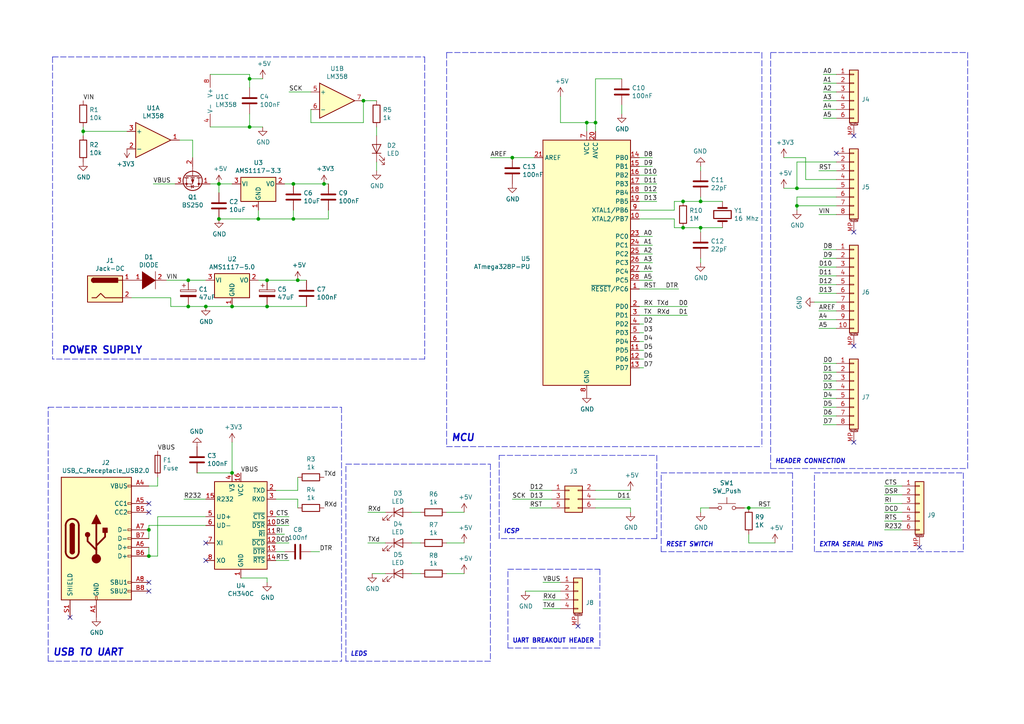
<source format=kicad_sch>
(kicad_sch (version 20211123) (generator eeschema)
  (paper "A4")
  (title_block (title "Arduino") (rev "1.0") (company "Cristóbal Cuevas Lagos"))
  (lib_symbols
    (symbol "Connector_Generic_MountingPin:Conn_01x06_MountingPin" (pin_names (offset 1.016) hide)
      (property "Reference" "J" (at 0 7.62 0))
      (property "Value" "Conn_01x06_MountingPin" (at 1.27 -10.16 0))
      (symbol "Conn_01x06_MountingPin_1_1"
        (text "Mounting" (at 0 -9.271 0) (effects (font (size 0.381 0.381))))
        (pin passive line (at -5.08 5.08 0) (length 3.81) (name "Pin_1") (number "1"))
        (pin passive line (at -5.08 2.54 0) (length 3.81) (name "Pin_2") (number "2"))
        (pin passive line (at -5.08 0 0) (length 3.81) (name "Pin_3") (number "3"))
        (pin passive line (at -5.08 -2.54 0) (length 3.81) (name "Pin_4") (number "4"))
        (pin passive line (at -5.08 -5.08 0) (length 3.81) (name "Pin_5") (number "5"))
        (pin passive line (at -5.08 -7.62 0) (length 3.81) (name "Pin_6") (number "6"))
        (pin passive line (at 0 -12.7 90) (length 3.048) (name "MountPin") (number "MP"))
      )
    )
    (symbol "stormduino-Rev2-rescue:+3.3V-power" (power) (pin_names (offset 0))
      (property "Value" "+3.3V-power" (at 0 3.556 0))
      (symbol "+3.3V-power_1_1"
        (pin power_in line (at 0 0 90) (length 0) hide (name "+3V3") (number "1"))
      )
    )
    (symbol "stormduino-Rev2-rescue:+5V-power" (power) (pin_names (offset 0))
      (property "Value" "+5V-power" (at 0 3.556 0))
      (symbol "+5V-power_1_1"
        (pin power_in line (at 0 0 90) (length 0) hide (name "+5V") (number "1"))
      )
    )
    (symbol "stormduino-Rev2-rescue:AMS1117-3.3-Regulator_Linear" (pin_names (offset 0.254))
      (property "Reference" "U" (at -3.81 3.175 0))
      (property "Value" "AMS1117-3.3-Regulator_Linear" (at 0 3.175 0))
      (symbol "AMS1117-3.3-Regulator_Linear_1_1"
        (pin power_in line (at 0 -7.62 90) (length 2.54) (name "GND") (number "1"))
        (pin power_out line (at 7.62 0 180) (length 2.54) (name "VO") (number "2"))
        (pin power_in line (at -7.62 0 0) (length 2.54) (name "VI") (number "3"))
      )
    )
    (symbol "stormduino-Rev2-rescue:AMS1117-5.0-Regulator_Linear" (pin_names (offset 0.254))
      (property "Reference" "U" (at -3.81 3.175 0))
      (property "Value" "AMS1117-5.0-Regulator_Linear" (at 0 3.175 0))
      (symbol "AMS1117-5.0-Regulator_Linear_1_1"
        (pin power_in line (at 0 -7.62 90) (length 2.54) (name "GND") (number "1"))
        (pin power_out line (at 7.62 0 180) (length 2.54) (name "VO") (number "2"))
        (pin power_in line (at -7.62 0 0) (length 2.54) (name "VI") (number "3"))
      )
    )
    (symbol "stormduino-Rev2-rescue:ATmega328P-PU-MCU_Microchip_ATmega"
      (property "Reference" "U" (at -12.7 36.83 0))
      (property "Value" "ATmega328P-PU-MCU_Microchip_ATmega" (at 2.54 -36.83 0))
      (symbol "ATmega328P-PU-MCU_Microchip_ATmega_1_1"
        (pin bidirectional line (at 15.24 -7.62 180) (length 2.54) (name "~{RESET}/PC6") (number "1"))
        (pin bidirectional line (at 15.24 12.7 180) (length 2.54) (name "XTAL2/PB7") (number "10"))
        (pin bidirectional line (at 15.24 -25.4 180) (length 2.54) (name "PD5") (number "11"))
        (pin bidirectional line (at 15.24 -27.94 180) (length 2.54) (name "PD6") (number "12"))
        (pin bidirectional line (at 15.24 -30.48 180) (length 2.54) (name "PD7") (number "13"))
        (pin bidirectional line (at 15.24 30.48 180) (length 2.54) (name "PB0") (number "14"))
        (pin bidirectional line (at 15.24 27.94 180) (length 2.54) (name "PB1") (number "15"))
        (pin bidirectional line (at 15.24 25.4 180) (length 2.54) (name "PB2") (number "16"))
        (pin bidirectional line (at 15.24 22.86 180) (length 2.54) (name "PB3") (number "17"))
        (pin bidirectional line (at 15.24 20.32 180) (length 2.54) (name "PB4") (number "18"))
        (pin bidirectional line (at 15.24 17.78 180) (length 2.54) (name "PB5") (number "19"))
        (pin bidirectional line (at 15.24 -12.7 180) (length 2.54) (name "PD0") (number "2"))
        (pin power_in line (at 2.54 38.1 270) (length 2.54) (name "AVCC") (number "20"))
        (pin passive line (at -15.24 30.48 0) (length 2.54) (name "AREF") (number "21"))
        (pin passive line (at 0 -38.1 90) (length 2.54) hide (name "GND") (number "22"))
        (pin bidirectional line (at 15.24 7.62 180) (length 2.54) (name "PC0") (number "23"))
        (pin bidirectional line (at 15.24 5.08 180) (length 2.54) (name "PC1") (number "24"))
        (pin bidirectional line (at 15.24 2.54 180) (length 2.54) (name "PC2") (number "25"))
        (pin bidirectional line (at 15.24 0 180) (length 2.54) (name "PC3") (number "26"))
        (pin bidirectional line (at 15.24 -2.54 180) (length 2.54) (name "PC4") (number "27"))
        (pin bidirectional line (at 15.24 -5.08 180) (length 2.54) (name "PC5") (number "28"))
        (pin bidirectional line (at 15.24 -15.24 180) (length 2.54) (name "PD1") (number "3"))
        (pin bidirectional line (at 15.24 -17.78 180) (length 2.54) (name "PD2") (number "4"))
        (pin bidirectional line (at 15.24 -20.32 180) (length 2.54) (name "PD3") (number "5"))
        (pin bidirectional line (at 15.24 -22.86 180) (length 2.54) (name "PD4") (number "6"))
        (pin power_in line (at 0 38.1 270) (length 2.54) (name "VCC") (number "7"))
        (pin power_in line (at 0 -38.1 90) (length 2.54) (name "GND") (number "8"))
        (pin bidirectional line (at 15.24 15.24 180) (length 2.54) (name "XTAL1/PB6") (number "9"))
      )
    )
    (symbol "stormduino-Rev2-rescue:BS250-Transistor_FET" (pin_names hide)
      (property "Reference" "Q" (at 5.08 1.905 0))
      (property "Value" "BS250-Transistor_FET" (at 5.08 0 0))
      (symbol "BS250-Transistor_FET_1_1"
        (pin passive line (at 2.54 5.08 270) (length 2.54) (name "D") (number "1"))
        (pin input line (at -5.08 0 0) (length 2.54) (name "G") (number "2"))
        (pin passive line (at 2.54 -5.08 90) (length 2.54) (name "S") (number "3"))
      )
    )
    (symbol "stormduino-Rev2-rescue:C-Device" (pin_numbers hide) (pin_names (offset 0.254))
      (property "Reference" "C" (at 0.635 2.54 0))
      (property "Value" "C-Device" (at 0.635 -2.54 0))
      (symbol "C-Device_1_1"
        (pin passive line (at 0 3.81 270) (length 2.794) (name "~") (number "1"))
        (pin passive line (at 0 -3.81 90) (length 2.794) (name "~") (number "2"))
      )
    )
    (symbol "stormduino-Rev2-rescue:CH340G-Interface_USB"
      (property "Reference" "U" (at -5.08 13.97 0))
      (property "Value" "CH340G-Interface_USB" (at 1.27 13.97 0))
      (symbol "CH340G-Interface_USB_1_1"
        (pin power_in line (at 0 -15.24 90) (length 2.54) (name "GND") (number "1"))
        (pin input line (at 10.16 0 180) (length 2.54) (name "~{DSR}") (number "10"))
        (pin input line (at 10.16 -2.54 180) (length 2.54) (name "~{RI}") (number "11"))
        (pin input line (at 10.16 -5.08 180) (length 2.54) (name "~{DCD}") (number "12"))
        (pin output line (at 10.16 -7.62 180) (length 2.54) (name "~{DTR}") (number "13"))
        (pin output line (at 10.16 -10.16 180) (length 2.54) (name "~{RTS}") (number "14"))
        (pin input line (at -10.16 7.62 0) (length 2.54) (name "R232") (number "15"))
        (pin power_in line (at 0 15.24 270) (length 2.54) (name "VCC") (number "16"))
        (pin output line (at 10.16 10.16 180) (length 2.54) (name "TXD") (number "2"))
        (pin input line (at 10.16 7.62 180) (length 2.54) (name "RXD") (number "3"))
        (pin passive line (at -2.54 15.24 270) (length 2.54) (name "V3") (number "4"))
        (pin bidirectional line (at -10.16 2.54 0) (length 2.54) (name "UD+") (number "5"))
        (pin bidirectional line (at -10.16 0 0) (length 2.54) (name "UD-") (number "6"))
        (pin input line (at -10.16 -5.08 0) (length 2.54) (name "XI") (number "7"))
        (pin output line (at -10.16 -10.16 0) (length 2.54) (name "XO") (number "8"))
        (pin input line (at 10.16 2.54 180) (length 2.54) (name "~{CTS}") (number "9"))
      )
    )
    (symbol "stormduino-Rev2-rescue:CP-Device" (pin_numbers hide) (pin_names (offset 0.254))
      (property "Reference" "C" (at 0.635 2.54 0))
      (property "Value" "CP-Device" (at 0.635 -2.54 0))
      (symbol "CP-Device_1_1"
        (pin passive line (at 0 3.81 270) (length 2.794) (name "~") (number "1"))
        (pin passive line (at 0 -3.81 90) (length 2.794) (name "~") (number "2"))
      )
    )
    (symbol "stormduino-Rev2-rescue:Conn_01x04_MountingPin-Connector_Generic_MountingPin" (pin_names (offset 1.016) hide)
      (property "Reference" "J" (at 0 5.08 0))
      (property "Value" "Conn_01x04_MountingPin-Connector_Generic_MountingPin" (at 1.27 -7.62 0))
      (symbol "Conn_01x04_MountingPin-Connector_Generic_MountingPin_1_1"
        (text "Mounting" (at 0 -6.731 0) (effects (font (size 0.381 0.381))))
        (pin passive line (at -5.08 2.54 0) (length 3.81) (name "Pin_1") (number "1"))
        (pin passive line (at -5.08 0 0) (length 3.81) (name "Pin_2") (number "2"))
        (pin passive line (at -5.08 -2.54 0) (length 3.81) (name "Pin_3") (number "3"))
        (pin passive line (at -5.08 -5.08 0) (length 3.81) (name "Pin_4") (number "4"))
        (pin passive line (at 0 -10.16 90) (length 3.048) (name "MountPin") (number "MP"))
      )
    )
    (symbol "stormduino-Rev2-rescue:Conn_01x06_MountingPin-Connector_Generic_MountingPin" (pin_names (offset 1.016) hide)
      (property "Reference" "J" (at 0 7.62 0))
      (property "Value" "Conn_01x06_MountingPin-Connector_Generic_MountingPin" (at 1.27 -10.16 0))
      (symbol "Conn_01x06_MountingPin-Connector_Generic_MountingPin_1_1"
        (text "Mounting" (at 0 -9.271 0) (effects (font (size 0.381 0.381))))
        (pin passive line (at -5.08 5.08 0) (length 3.81) (name "Pin_1") (number "1"))
        (pin passive line (at -5.08 2.54 0) (length 3.81) (name "Pin_2") (number "2"))
        (pin passive line (at -5.08 0 0) (length 3.81) (name "Pin_3") (number "3"))
        (pin passive line (at -5.08 -2.54 0) (length 3.81) (name "Pin_4") (number "4"))
        (pin passive line (at -5.08 -5.08 0) (length 3.81) (name "Pin_5") (number "5"))
        (pin passive line (at -5.08 -7.62 0) (length 3.81) (name "Pin_6") (number "6"))
        (pin passive line (at 0 -12.7 90) (length 3.048) (name "MountPin") (number "MP"))
      )
    )
    (symbol "stormduino-Rev2-rescue:Conn_01x08_MountingPin-Connector_Generic_MountingPin" (pin_names (offset 1.016) hide)
      (property "Reference" "J" (at 0 10.16 0))
      (property "Value" "Conn_01x08_MountingPin-Connector_Generic_MountingPin" (at 1.27 -12.7 0))
      (symbol "Conn_01x08_MountingPin-Connector_Generic_MountingPin_1_1"
        (text "Mounting" (at 0 -11.811 0) (effects (font (size 0.381 0.381))))
        (pin passive line (at -5.08 7.62 0) (length 3.81) (name "Pin_1") (number "1"))
        (pin passive line (at -5.08 5.08 0) (length 3.81) (name "Pin_2") (number "2"))
        (pin passive line (at -5.08 2.54 0) (length 3.81) (name "Pin_3") (number "3"))
        (pin passive line (at -5.08 0 0) (length 3.81) (name "Pin_4") (number "4"))
        (pin passive line (at -5.08 -2.54 0) (length 3.81) (name "Pin_5") (number "5"))
        (pin passive line (at -5.08 -5.08 0) (length 3.81) (name "Pin_6") (number "6"))
        (pin passive line (at -5.08 -7.62 0) (length 3.81) (name "Pin_7") (number "7"))
        (pin passive line (at -5.08 -10.16 0) (length 3.81) (name "Pin_8") (number "8"))
        (pin passive line (at 0 -15.24 90) (length 3.048) (name "MountPin") (number "MP"))
      )
    )
    (symbol "stormduino-Rev2-rescue:Conn_01x10_MountingPin-Connector_Generic_MountingPin" (pin_names (offset 1.016) hide)
      (property "Reference" "J" (at 0 12.7 0))
      (property "Value" "Conn_01x10_MountingPin-Connector_Generic_MountingPin" (at 1.27 -15.24 0))
      (symbol "Conn_01x10_MountingPin-Connector_Generic_MountingPin_1_1"
        (text "Mounting" (at 0 -14.351 0) (effects (font (size 0.381 0.381))))
        (pin passive line (at -5.08 10.16 0) (length 3.81) (name "Pin_1") (number "1"))
        (pin passive line (at -5.08 -12.7 0) (length 3.81) (name "Pin_10") (number "10"))
        (pin passive line (at -5.08 7.62 0) (length 3.81) (name "Pin_2") (number "2"))
        (pin passive line (at -5.08 5.08 0) (length 3.81) (name "Pin_3") (number "3"))
        (pin passive line (at -5.08 2.54 0) (length 3.81) (name "Pin_4") (number "4"))
        (pin passive line (at -5.08 0 0) (length 3.81) (name "Pin_5") (number "5"))
        (pin passive line (at -5.08 -2.54 0) (length 3.81) (name "Pin_6") (number "6"))
        (pin passive line (at -5.08 -5.08 0) (length 3.81) (name "Pin_7") (number "7"))
        (pin passive line (at -5.08 -7.62 0) (length 3.81) (name "Pin_8") (number "8"))
        (pin passive line (at -5.08 -10.16 0) (length 3.81) (name "Pin_9") (number "9"))
        (pin passive line (at 0 -17.78 90) (length 3.048) (name "MountPin") (number "MP"))
      )
    )
    (symbol "stormduino-Rev2-rescue:Conn_02x03_Odd_Even-Connector_Generic" (pin_names (offset 1.016) hide)
      (property "Reference" "J" (at 1.27 5.08 0))
      (property "Value" "Conn_02x03_Odd_Even-Connector_Generic" (at 1.27 -5.08 0))
      (symbol "Conn_02x03_Odd_Even-Connector_Generic_1_1"
        (pin passive line (at -5.08 2.54 0) (length 3.81) (name "Pin_1") (number "1"))
        (pin passive line (at 7.62 2.54 180) (length 3.81) (name "Pin_2") (number "2"))
        (pin passive line (at -5.08 0 0) (length 3.81) (name "Pin_3") (number "3"))
        (pin passive line (at 7.62 0 180) (length 3.81) (name "Pin_4") (number "4"))
        (pin passive line (at -5.08 -2.54 0) (length 3.81) (name "Pin_5") (number "5"))
        (pin passive line (at 7.62 -2.54 180) (length 3.81) (name "Pin_6") (number "6"))
      )
    )
    (symbol "stormduino-Rev2-rescue:Crystal-Device" (pin_numbers hide) (pin_names (offset 1.016) hide)
      (property "Reference" "Y" (at 0 3.81 0))
      (property "Value" "Crystal-Device" (at 0 -3.81 0))
      (symbol "Crystal-Device_1_1"
        (pin passive line (at -3.81 0 0) (length 1.27) (name "1") (number "1"))
        (pin passive line (at 3.81 0 180) (length 1.27) (name "2") (number "2"))
      )
    )
    (symbol "stormduino-Rev2-rescue:DIODE-pspice" (pin_names (offset 1.016) hide)
      (property "Reference" "D" (at 0 3.81 0))
      (property "Value" "DIODE-pspice" (at 0 -4.445 0))
      (symbol "DIODE-pspice_1_1"
        (pin input line (at -5.08 0 0) (length 3.81) (name "K") (number "1"))
        (pin input line (at 5.08 0 180) (length 3.81) (name "A") (number "2"))
      )
    )
    (symbol "stormduino-Rev2-rescue:Fuse-Device" (pin_numbers hide) (pin_names (offset 0))
      (property "Reference" "F" (at 2.032 0 90))
      (property "Value" "Fuse-Device" (at -1.905 0 90))
      (symbol "Fuse-Device_1_1"
        (pin passive line (at 0 3.81 270) (length 1.27) (name "~") (number "1"))
        (pin passive line (at 0 -3.81 90) (length 1.27) (name "~") (number "2"))
      )
    )
    (symbol "stormduino-Rev2-rescue:GND-power" (power) (pin_names (offset 0))
      (property "Value" "GND-power" (at 0 -3.81 0))
      (symbol "GND-power_1_1"
        (pin power_in line (at 0 0 270) (length 0) hide (name "GND") (number "1"))
      )
    )
    (symbol "stormduino-Rev2-rescue:Jack-DC-Connector" (pin_names (offset 1.016))
      (property "Reference" "J" (at 0 5.334 0))
      (property "Value" "Jack-DC-Connector" (at 0 -5.08 0))
      (symbol "Jack-DC-Connector_1_1"
        (pin passive line (at 7.62 2.54 180) (length 2.54) (name "~") (number "1"))
        (pin passive line (at 7.62 -2.54 180) (length 2.54) (name "~") (number "2"))
      )
    )
    (symbol "stormduino-Rev2-rescue:LED-Device" (pin_numbers hide) (pin_names (offset 1.016) hide)
      (property "Reference" "D" (at 0 2.54 0))
      (property "Value" "LED-Device" (at 0 -2.54 0))
      (symbol "LED-Device_1_1"
        (pin passive line (at -3.81 0 0) (length 2.54) (name "K") (number "1"))
        (pin passive line (at 3.81 0 180) (length 2.54) (name "A") (number "2"))
      )
    )
    (symbol "stormduino-Rev2-rescue:LM358-Amplifier_Operational" (pin_names (offset 0.127))
      (property "Reference" "U" (at 0 5.08 0))
      (property "Value" "LM358-Amplifier_Operational" (at 0 -5.08 0))
      (symbol "LM358-Amplifier_Operational_1_1"
        (pin output line (at 7.62 0 180) (length 2.54) (name "~") (number "1"))
        (pin input line (at -7.62 -2.54 0) (length 2.54) (name "-") (number "2"))
        (pin input line (at -7.62 2.54 0) (length 2.54) (name "+") (number "3"))
      )
      (symbol "LM358-Amplifier_Operational_2_1"
        (pin input line (at -7.62 2.54 0) (length 2.54) (name "+") (number "5"))
        (pin input line (at -7.62 -2.54 0) (length 2.54) (name "-") (number "6"))
        (pin output line (at 7.62 0 180) (length 2.54) (name "~") (number "7"))
      )
      (symbol "LM358-Amplifier_Operational_3_1"
        (pin power_in line (at -2.54 -7.62 90) (length 3.81) (name "V-") (number "4"))
        (pin power_in line (at -2.54 7.62 270) (length 3.81) (name "V+") (number "8"))
      )
    )
    (symbol "stormduino-Rev2-rescue:R-Device" (pin_numbers hide) (pin_names (offset 0))
      (property "Reference" "R" (at 2.032 0 90))
      (property "Value" "R-Device" (at 0 0 90))
      (symbol "R-Device_1_1"
        (pin passive line (at 0 3.81 270) (length 1.27) (name "~") (number "1"))
        (pin passive line (at 0 -3.81 90) (length 1.27) (name "~") (number "2"))
      )
    )
    (symbol "stormduino-Rev2-rescue:SW_Push-Switch" (pin_numbers hide) (pin_names (offset 1.016) hide)
      (property "Reference" "SW" (at 1.27 2.54 0))
      (property "Value" "SW_Push-Switch" (at 0 -1.524 0))
      (symbol "SW_Push-Switch_0_1"
        (pin passive line (at -5.08 0 0) (length 2.54) (name "1") (number "1"))
        (pin passive line (at 5.08 0 180) (length 2.54) (name "2") (number "2"))
      )
    )
    (symbol "stormduino-Rev2-rescue:USB_C_Receptacle_USB2.0-Connector" (pin_names (offset 1.016))
      (property "Reference" "J" (at -10.16 19.05 0))
      (property "Value" "USB_C_Receptacle_USB2.0-Connector" (at 19.05 19.05 0))
      (symbol "USB_C_Receptacle_USB2.0-Connector_1_1"
        (pin power_in line (at 0 -22.86 90) (length 5.08) (name "GND") (number "A1"))
        (pin passive line (at 0 -22.86 90) (length 5.08) hide (name "GND") (number "A12"))
        (pin power_in line (at 15.24 15.24 180) (length 5.08) (name "VBUS") (number "A4"))
        (pin bidirectional line (at 15.24 10.16 180) (length 5.08) (name "CC1") (number "A5"))
        (pin bidirectional line (at 15.24 -2.54 180) (length 5.08) (name "D+") (number "A6"))
        (pin bidirectional line (at 15.24 2.54 180) (length 5.08) (name "D-") (number "A7"))
        (pin bidirectional line (at 15.24 -12.7 180) (length 5.08) (name "SBU1") (number "A8"))
        (pin passive line (at 15.24 15.24 180) (length 5.08) hide (name "VBUS") (number "A9"))
        (pin passive line (at 0 -22.86 90) (length 5.08) hide (name "GND") (number "B1"))
        (pin passive line (at 0 -22.86 90) (length 5.08) hide (name "GND") (number "B12"))
        (pin passive line (at 15.24 15.24 180) (length 5.08) hide (name "VBUS") (number "B4"))
        (pin bidirectional line (at 15.24 7.62 180) (length 5.08) (name "CC2") (number "B5"))
        (pin bidirectional line (at 15.24 -5.08 180) (length 5.08) (name "D+") (number "B6"))
        (pin bidirectional line (at 15.24 0 180) (length 5.08) (name "D-") (number "B7"))
        (pin bidirectional line (at 15.24 -15.24 180) (length 5.08) (name "SBU2") (number "B8"))
        (pin passive line (at 15.24 15.24 180) (length 5.08) hide (name "VBUS") (number "B9"))
        (pin passive line (at -7.62 -22.86 90) (length 5.08) (name "SHIELD") (number "S1"))
      )
    )
  )
  (junction (at 105.41 29.21))
  (junction (at 231.14 59.69))
  (junction (at 203.2 58.42))
  (junction (at 74.93 63.5))
  (junction (at 198.12 58.42))
  (junction (at 43.18 153.67))
  (junction (at 77.47 88.9))
  (junction (at 67.31 88.9))
  (junction (at 63.5 53.34))
  (junction (at 217.17 147.32))
  (junction (at 203.2 66.04))
  (junction (at 43.18 161.29))
  (junction (at 85.09 63.5))
  (junction (at 85.09 53.34))
  (junction (at 72.39 22.86))
  (junction (at 170.18 35.56))
  (junction (at 198.12 66.04))
  (junction (at 172.72 35.56))
  (junction (at 24.13 38.1))
  (junction (at 231.14 54.61))
  (junction (at 59.69 88.9))
  (junction (at 86.36 81.28))
  (junction (at 77.47 81.28))
  (junction (at 148.59 45.72))
  (junction (at 67.31 137.16))
  (junction (at 54.61 81.28))
  (junction (at 93.98 53.34))
  (junction (at 54.61 88.9))
  (junction (at 63.5 63.5))
  (junction (at 72.39 36.83))
  (no_connect (at 247.65 100.33))
  (no_connect (at 247.65 39.37))
  (no_connect (at 43.18 146.05))
  (no_connect (at 20.32 179.07))
  (no_connect (at 167.64 181.61))
  (no_connect (at 43.18 171.45))
  (no_connect (at 247.65 128.27))
  (no_connect (at 242.57 44.45))
  (no_connect (at 266.7 158.75))
  (no_connect (at 247.65 67.31))
  (no_connect (at 43.18 168.91))
  (no_connect (at 43.18 148.59))
  (no_connect (at 59.69 162.56))
  (no_connect (at 59.69 157.48))
  (wire (pts (xy 233.68 45.72) (xy 227.33 45.72)))
  (wire (pts (xy 80.01 154.94) (xy 82.55 154.94)))
  (wire (pts (xy 162.56 35.56) (xy 170.18 35.56)))
  (wire (pts (xy 195.58 66.04) (xy 198.12 66.04)))
  (wire (pts (xy 49.53 86.36) (xy 49.53 88.9)))
  (polyline (pts (xy 13.97 118.11) (xy 99.06 118.11)))
  (wire (pts (xy 237.49 49.53) (xy 242.57 49.53)))
  (wire (pts (xy 55.88 40.64) (xy 55.88 45.72)))
  (polyline (pts (xy 223.52 15.24) (xy 280.67 15.24)))
  (wire (pts (xy 185.42 73.66) (xy 189.23 73.66)))
  (wire (pts (xy 49.53 88.9) (xy 54.61 88.9)))
  (wire (pts (xy 203.2 147.32) (xy 203.2 148.59)))
  (wire (pts (xy 69.85 167.64) (xy 77.47 167.64)))
  (wire (pts (xy 83.82 26.67) (xy 90.17 26.67)))
  (wire (pts (xy 121.92 157.48) (xy 119.38 157.48)))
  (wire (pts (xy 203.2 58.42) (xy 209.55 58.42)))
  (wire (pts (xy 85.09 63.5) (xy 95.25 63.5)))
  (wire (pts (xy 85.09 60.96) (xy 85.09 63.5)))
  (wire (pts (xy 43.18 140.97) (xy 45.72 140.97)))
  (wire (pts (xy 256.54 148.59) (xy 261.62 148.59)))
  (wire (pts (xy 242.57 29.21) (xy 238.76 29.21)))
  (wire (pts (xy 95.25 53.34) (xy 93.98 53.34)))
  (wire (pts (xy 185.42 53.34) (xy 190.5 53.34)))
  (wire (pts (xy 242.57 52.07) (xy 233.68 52.07)))
  (wire (pts (xy 148.59 45.72) (xy 154.94 45.72)))
  (wire (pts (xy 203.2 58.42) (xy 203.2 57.15)))
  (wire (pts (xy 90.17 31.75) (xy 90.17 35.56)))
  (polyline (pts (xy 99.06 118.11) (xy 99.06 191.77)))
  (wire (pts (xy 111.76 157.48) (xy 106.68 157.48)))
  (wire (pts (xy 53.34 144.78) (xy 59.69 144.78)))
  (wire (pts (xy 185.42 93.98) (xy 186.69 93.98)))
  (wire (pts (xy 203.2 66.04) (xy 203.2 67.31)))
  (wire (pts (xy 63.5 53.34) (xy 67.31 53.34)))
  (polyline (pts (xy 190.5 156.21) (xy 144.78 156.21)))
  (polyline (pts (xy 173.99 165.1) (xy 173.99 187.96)))
  (wire (pts (xy 86.36 142.24) (xy 86.36 138.43)))
  (polyline (pts (xy 129.54 129.54) (xy 220.98 129.54)))
  (wire (pts (xy 185.42 83.82) (xy 196.85 83.82)))
  (wire (pts (xy 121.92 166.37) (xy 119.38 166.37)))
  (wire (pts (xy 242.57 87.63) (xy 236.22 87.63)))
  (wire (pts (xy 185.42 78.74) (xy 189.23 78.74)))
  (wire (pts (xy 185.42 106.68) (xy 186.69 106.68)))
  (wire (pts (xy 111.76 166.37) (xy 107.95 166.37)))
  (polyline (pts (xy 236.22 137.16) (xy 279.4 137.16)))
  (polyline (pts (xy 100.33 191.77) (xy 100.33 134.62)))
  (wire (pts (xy 195.58 63.5) (xy 195.58 66.04)))
  (wire (pts (xy 185.42 91.44) (xy 199.39 91.44)))
  (wire (pts (xy 43.18 158.75) (xy 43.18 161.29)))
  (wire (pts (xy 54.61 81.28) (xy 59.69 81.28)))
  (wire (pts (xy 172.72 35.56) (xy 172.72 38.1)))
  (wire (pts (xy 256.54 146.05) (xy 261.62 146.05)))
  (polyline (pts (xy 142.24 191.77) (xy 100.33 191.77)))
  (wire (pts (xy 227.33 54.61) (xy 231.14 54.61)))
  (polyline (pts (xy 279.4 160.02) (xy 236.22 160.02)))
  (wire (pts (xy 24.13 38.1) (xy 36.83 38.1)))
  (wire (pts (xy 231.14 57.15) (xy 231.14 59.69)))
  (wire (pts (xy 185.42 101.6) (xy 186.69 101.6)))
  (wire (pts (xy 82.55 53.34) (xy 85.09 53.34)))
  (polyline (pts (xy 279.4 137.16) (xy 279.4 160.02)))
  (wire (pts (xy 198.12 66.04) (xy 203.2 66.04)))
  (wire (pts (xy 217.17 154.94) (xy 217.17 157.48)))
  (polyline (pts (xy 190.5 132.08) (xy 190.5 156.21)))
  (wire (pts (xy 80.01 152.4) (xy 83.82 152.4)))
  (wire (pts (xy 129.54 166.37) (xy 134.62 166.37)))
  (wire (pts (xy 242.57 92.71) (xy 237.49 92.71)))
  (wire (pts (xy 76.2 22.86) (xy 72.39 22.86)))
  (wire (pts (xy 105.41 35.56) (xy 105.41 29.21)))
  (wire (pts (xy 242.57 95.25) (xy 237.49 95.25)))
  (wire (pts (xy 63.5 53.34) (xy 63.5 55.88)))
  (wire (pts (xy 242.57 26.67) (xy 238.76 26.67)))
  (wire (pts (xy 92.71 160.02) (xy 90.17 160.02)))
  (wire (pts (xy 172.72 142.24) (xy 182.88 142.24)))
  (wire (pts (xy 80.01 157.48) (xy 83.82 157.48)))
  (wire (pts (xy 231.14 54.61) (xy 242.57 54.61)))
  (wire (pts (xy 238.76 74.93) (xy 242.57 74.93)))
  (polyline (pts (xy 13.97 191.77) (xy 13.97 118.11)))
  (wire (pts (xy 148.59 144.78) (xy 160.02 144.78)))
  (wire (pts (xy 238.76 113.03) (xy 242.57 113.03)))
  (polyline (pts (xy 142.24 134.62) (xy 142.24 191.77)))
  (polyline (pts (xy 280.67 15.24) (xy 280.67 135.89)))
  (wire (pts (xy 242.57 59.69) (xy 231.14 59.69)))
  (wire (pts (xy 185.42 99.06) (xy 186.69 99.06)))
  (wire (pts (xy 231.14 46.99) (xy 231.14 54.61)))
  (wire (pts (xy 238.76 120.65) (xy 242.57 120.65)))
  (wire (pts (xy 80.01 160.02) (xy 82.55 160.02)))
  (wire (pts (xy 109.22 29.21) (xy 105.41 29.21)))
  (wire (pts (xy 45.72 149.86) (xy 45.72 161.29)))
  (wire (pts (xy 180.34 30.48) (xy 180.34 33.02)))
  (wire (pts (xy 185.42 96.52) (xy 186.69 96.52)))
  (wire (pts (xy 86.36 144.78) (xy 86.36 147.32)))
  (wire (pts (xy 195.58 58.42) (xy 195.58 60.96)))
  (wire (pts (xy 242.57 72.39) (xy 238.76 72.39)))
  (wire (pts (xy 185.42 45.72) (xy 189.23 45.72)))
  (wire (pts (xy 185.42 60.96) (xy 195.58 60.96)))
  (wire (pts (xy 57.15 137.16) (xy 67.31 137.16)))
  (wire (pts (xy 59.69 88.9) (xy 67.31 88.9)))
  (wire (pts (xy 111.76 148.59) (xy 106.68 148.59)))
  (wire (pts (xy 185.42 68.58) (xy 189.23 68.58)))
  (wire (pts (xy 256.54 143.51) (xy 261.62 143.51)))
  (wire (pts (xy 237.49 62.23) (xy 242.57 62.23)))
  (wire (pts (xy 63.5 63.5) (xy 74.93 63.5)))
  (polyline (pts (xy 147.32 187.96) (xy 147.32 165.1)))
  (wire (pts (xy 182.88 147.32) (xy 182.88 148.59)))
  (wire (pts (xy 129.54 148.59) (xy 134.62 148.59)))
  (wire (pts (xy 185.42 63.5) (xy 195.58 63.5)))
  (wire (pts (xy 170.18 35.56) (xy 172.72 35.56)))
  (wire (pts (xy 238.76 123.19) (xy 242.57 123.19)))
  (wire (pts (xy 242.57 34.29) (xy 238.76 34.29)))
  (wire (pts (xy 59.69 149.86) (xy 45.72 149.86)))
  (polyline (pts (xy 229.87 160.02) (xy 191.77 160.02)))
  (wire (pts (xy 45.72 140.97) (xy 45.72 138.43)))
  (wire (pts (xy 60.96 36.83) (xy 72.39 36.83)))
  (polyline (pts (xy 220.98 15.24) (xy 220.98 129.54)))
  (wire (pts (xy 185.42 76.2) (xy 189.23 76.2)))
  (wire (pts (xy 59.69 152.4) (xy 43.18 152.4)))
  (wire (pts (xy 54.61 88.9) (xy 59.69 88.9)))
  (polyline (pts (xy 13.97 191.77) (xy 99.06 191.77)))
  (wire (pts (xy 24.13 38.1) (xy 24.13 39.37)))
  (polyline (pts (xy 15.24 16.51) (xy 15.24 104.14)))
  (wire (pts (xy 77.47 81.28) (xy 86.36 81.28)))
  (wire (pts (xy 242.57 24.13) (xy 238.76 24.13)))
  (wire (pts (xy 80.01 144.78) (xy 86.36 144.78)))
  (wire (pts (xy 85.09 53.34) (xy 93.98 53.34)))
  (wire (pts (xy 242.57 85.09) (xy 237.49 85.09)))
  (wire (pts (xy 172.72 144.78) (xy 182.88 144.78)))
  (wire (pts (xy 185.42 50.8) (xy 190.5 50.8)))
  (wire (pts (xy 80.01 142.24) (xy 86.36 142.24)))
  (wire (pts (xy 242.57 46.99) (xy 231.14 46.99)))
  (wire (pts (xy 185.42 58.42) (xy 190.5 58.42)))
  (wire (pts (xy 80.01 149.86) (xy 83.82 149.86)))
  (wire (pts (xy 95.25 60.96) (xy 95.25 63.5)))
  (wire (pts (xy 203.2 48.26) (xy 203.2 49.53)))
  (wire (pts (xy 152.4 171.45) (xy 162.56 171.45)))
  (wire (pts (xy 74.93 63.5) (xy 85.09 63.5)))
  (wire (pts (xy 215.9 147.32) (xy 217.17 147.32)))
  (wire (pts (xy 24.13 36.83) (xy 24.13 38.1)))
  (wire (pts (xy 185.42 48.26) (xy 189.23 48.26)))
  (wire (pts (xy 242.57 107.95) (xy 238.76 107.95)))
  (wire (pts (xy 242.57 80.01) (xy 237.49 80.01)))
  (wire (pts (xy 242.57 31.75) (xy 238.76 31.75)))
  (wire (pts (xy 185.42 55.88) (xy 190.5 55.88)))
  (polyline (pts (xy 144.78 156.21) (xy 144.78 132.08)))
  (wire (pts (xy 185.42 71.12) (xy 189.23 71.12)))
  (wire (pts (xy 43.18 153.67) (xy 43.18 156.21)))
  (wire (pts (xy 256.54 153.67) (xy 261.62 153.67)))
  (wire (pts (xy 72.39 22.86) (xy 72.39 25.4)))
  (wire (pts (xy 76.2 36.83) (xy 72.39 36.83)))
  (wire (pts (xy 233.68 52.07) (xy 233.68 45.72)))
  (wire (pts (xy 185.42 81.28) (xy 189.23 81.28)))
  (wire (pts (xy 77.47 167.64) (xy 77.47 168.91)))
  (wire (pts (xy 157.48 168.91) (xy 162.56 168.91)))
  (wire (pts (xy 238.76 118.11) (xy 242.57 118.11)))
  (wire (pts (xy 160.02 147.32) (xy 153.67 147.32)))
  (wire (pts (xy 157.48 173.99) (xy 162.56 173.99)))
  (wire (pts (xy 242.57 115.57) (xy 238.76 115.57)))
  (wire (pts (xy 67.31 88.9) (xy 77.47 88.9)))
  (wire (pts (xy 242.57 21.59) (xy 238.76 21.59)))
  (wire (pts (xy 203.2 74.93) (xy 203.2 76.2)))
  (polyline (pts (xy 236.22 160.02) (xy 236.22 137.16)))
  (wire (pts (xy 185.42 104.14) (xy 186.69 104.14)))
  (wire (pts (xy 170.18 35.56) (xy 170.18 38.1)))
  (wire (pts (xy 172.72 147.32) (xy 182.88 147.32)))
  (polyline (pts (xy 129.54 15.24) (xy 129.54 129.54)))
  (wire (pts (xy 77.47 88.9) (xy 88.9 88.9)))
  (wire (pts (xy 48.26 81.28) (xy 54.61 81.28)))
  (wire (pts (xy 217.17 147.32) (xy 223.52 147.32)))
  (wire (pts (xy 52.07 40.64) (xy 55.88 40.64)))
  (wire (pts (xy 67.31 137.16) (xy 67.31 128.27)))
  (polyline (pts (xy 223.52 135.89) (xy 280.67 135.89)))
  (polyline (pts (xy 123.19 104.14) (xy 15.24 104.14)))
  (wire (pts (xy 185.42 88.9) (xy 199.39 88.9)))
  (wire (pts (xy 242.57 110.49) (xy 238.76 110.49)))
  (wire (pts (xy 217.17 157.48) (xy 224.79 157.48)))
  (wire (pts (xy 242.57 57.15) (xy 231.14 57.15)))
  (wire (pts (xy 80.01 162.56) (xy 83.82 162.56)))
  (wire (pts (xy 256.54 151.13) (xy 261.62 151.13)))
  (wire (pts (xy 60.96 21.59) (xy 72.39 21.59)))
  (wire (pts (xy 50.8 53.34) (xy 44.45 53.34)))
  (polyline (pts (xy 15.24 16.51) (xy 123.19 16.51)))
  (polyline (pts (xy 144.78 132.08) (xy 190.5 132.08)))
  (polyline (pts (xy 129.54 15.24) (xy 220.98 15.24)))
  (wire (pts (xy 242.57 82.55) (xy 237.49 82.55)))
  (wire (pts (xy 38.1 86.36) (xy 49.53 86.36)))
  (wire (pts (xy 242.57 105.41) (xy 238.76 105.41)))
  (wire (pts (xy 198.12 58.42) (xy 203.2 58.42)))
  (polyline (pts (xy 147.32 165.1) (xy 173.99 165.1)))
  (wire (pts (xy 195.58 58.42) (xy 198.12 58.42)))
  (wire (pts (xy 157.48 176.53) (xy 162.56 176.53)))
  (wire (pts (xy 129.54 157.48) (xy 134.62 157.48)))
  (wire (pts (xy 45.72 161.29) (xy 43.18 161.29)))
  (wire (pts (xy 72.39 36.83) (xy 72.39 33.02)))
  (wire (pts (xy 60.96 53.34) (xy 63.5 53.34)))
  (wire (pts (xy 242.57 90.17) (xy 237.49 90.17)))
  (wire (pts (xy 172.72 22.86) (xy 180.34 22.86)))
  (wire (pts (xy 90.17 35.56) (xy 105.41 35.56)))
  (wire (pts (xy 205.74 147.32) (xy 203.2 147.32)))
  (wire (pts (xy 109.22 46.99) (xy 109.22 49.53)))
  (polyline (pts (xy 173.99 187.96) (xy 147.32 187.96)))
  (polyline (pts (xy 223.52 135.89) (xy 223.52 15.24)))
  (wire (pts (xy 261.62 140.97) (xy 256.54 140.97)))
  (wire (pts (xy 72.39 21.59) (xy 72.39 22.86)))
  (wire (pts (xy 43.18 152.4) (xy 43.18 153.67)))
  (wire (pts (xy 203.2 66.04) (xy 209.55 66.04)))
  (polyline (pts (xy 191.77 137.16) (xy 229.87 137.16)))
  (wire (pts (xy 242.57 77.47) (xy 237.49 77.47)))
  (polyline (pts (xy 191.77 160.02) (xy 191.77 137.16)))
  (polyline (pts (xy 229.87 137.16) (xy 229.87 160.02)))
  (wire (pts (xy 231.14 59.69) (xy 231.14 60.96)))
  (polyline (pts (xy 100.33 134.62) (xy 142.24 134.62)))
  (wire (pts (xy 148.59 45.72) (xy 142.24 45.72)))
  (wire (pts (xy 162.56 27.94) (xy 162.56 35.56)))
  (wire (pts (xy 109.22 36.83) (xy 109.22 39.37)))
  (wire (pts (xy 74.93 81.28) (xy 77.47 81.28)))
  (wire (pts (xy 172.72 22.86) (xy 172.72 35.56)))
  (wire (pts (xy 160.02 142.24) (xy 153.67 142.24)))
  (polyline (pts (xy 123.19 16.51) (xy 123.19 104.14)))
  (wire (pts (xy 88.9 81.28) (xy 86.36 81.28)))
  (wire (pts (xy 121.92 148.59) (xy 119.38 148.59)))
  (wire (pts (xy 74.93 60.96) (xy 74.93 63.5)))
  (text "HEADER CONNECTION\n" (at 224.79 134.62 0) (effects (font (size 1.27 1.27) (thickness 0.254) bold italic) (justify left bottom)))
  (text "LEDS" (at 101.6 190.5 0) (effects (font (size 1.27 1.27) (thickness 0.254) bold italic) (justify left bottom)))
  (text "ICSP" (at 146.05 154.94 0) (effects (font (size 1.27 1.27) (thickness 0.254) bold italic) (justify left bottom)))
  (text "RESET SWITCH" (at 193.04 158.75 0) (effects (font (size 1.27 1.27) (thickness 0.254) bold italic) (justify left bottom)))
  (text "MCU" (at 130.81 128.27 0) (effects (font (size 2.0066 2.0066) (thickness 0.4013) bold italic) (justify left bottom)))
  (text "UART BREAKOUT HEADER" (at 148.59 186.69 0) (effects (font (size 1.27 1.27) (thickness 0.254) bold) (justify left bottom)))
  (text "USB TO UART" (at 15.24 190.5 0) (effects (font (size 2.0066 2.0066) (thickness 0.4013) bold italic) (justify left bottom)))
  (text "EXTRA SERIAL PINS" (at 237.49 158.75 0) (effects (font (size 1.27 1.27) (thickness 0.254) bold italic) (justify left bottom)))
  (text "POWER SUPPLY " (at 17.78 102.87 0) (effects (font (size 2.0066 2.0066) (thickness 0.4013) bold) (justify left bottom)))
  (label "RST" (at 153.67 147.32 0))
  (label "DTR" (at 193.04 83.82 0))
  (label "SCK" (at 83.82 26.67 0))
  (label "D1" (at 238.76 107.95 0))
  (label "D2" (at 238.76 110.49 0))
  (label "RTS" (at 256.54 151.13 0))
  (label "D13" (at 153.67 144.78 0))
  (label "DSR" (at 80.01 152.4 0))
  (label "TXd" (at 157.48 176.53 0))
  (label "A4" (at 186.69 78.74 0))
  (label "A0" (at 186.69 68.58 0))
  (label "RX" (at 186.69 88.9 0))
  (label "D6" (at 238.76 120.65 0))
  (label "D0" (at 196.85 88.9 0))
  (label "TXd" (at 93.98 138.43 0))
  (label "VBUS" (at 44.45 53.34 0))
  (label "A5" (at 237.49 95.25 0))
  (label "D8" (at 186.69 45.72 0))
  (label "A1" (at 186.69 71.12 0))
  (label "D11" (at 182.88 144.78 180))
  (label "A5" (at 186.69 81.28 0))
  (label "A2" (at 186.69 73.66 0))
  (label "A4" (at 238.76 31.75 0))
  (label "VIN" (at 237.49 62.23 0))
  (label "SCK" (at 148.59 144.78 0))
  (label "D4" (at 186.69 99.06 0))
  (label "RXd" (at 190.5 91.44 0))
  (label "A5" (at 238.76 34.29 0))
  (label "D4" (at 238.76 115.57 0))
  (label "RST" (at 237.49 49.53 0))
  (label "VBUS" (at 69.85 137.16 0))
  (label "D13" (at 237.49 85.09 0))
  (label "VIN" (at 48.26 81.28 0))
  (label "RST" (at 223.52 147.32 180))
  (label "RXd" (at 106.68 148.59 0))
  (label "D3" (at 186.69 96.52 0))
  (label "A2" (at 238.76 26.67 0))
  (label "D3" (at 238.76 113.03 0))
  (label "A0" (at 238.76 21.59 0))
  (label "DTR" (at 92.71 160.02 0))
  (label "D6" (at 186.69 104.14 0))
  (label "D9" (at 238.76 74.93 0))
  (label "CTS" (at 256.54 140.97 0))
  (label "A4" (at 237.49 92.71 0))
  (label "D10" (at 186.69 50.8 0))
  (label "DCD" (at 80.01 157.48 0))
  (label "R232" (at 53.34 144.78 0))
  (label "VBUS" (at 45.72 130.81 0))
  (label "RI" (at 80.01 154.94 0))
  (label "D9" (at 186.69 48.26 0))
  (label "RXd" (at 157.48 173.99 0))
  (label "D11" (at 237.49 80.01 0))
  (label "RST" (at 186.69 83.82 0))
  (label "D7" (at 186.69 106.68 0))
  (label "TXd" (at 190.5 88.9 0))
  (label "TX" (at 186.69 91.44 0))
  (label "D8" (at 238.76 72.39 0))
  (label "D0" (at 238.76 105.41 0))
  (label "D11" (at 186.69 53.34 0))
  (label "VBUS" (at 157.48 168.91 0))
  (label "D1" (at 196.85 91.44 0))
  (label "AREF" (at 142.24 45.72 0))
  (label "D2" (at 186.69 93.98 0))
  (label "D5" (at 238.76 118.11 0))
  (label "DSR" (at 256.54 143.51 0))
  (label "A3" (at 186.69 76.2 0))
  (label "VIN" (at 24.13 29.21 0))
  (label "RI" (at 256.54 146.05 0))
  (label "D12" (at 237.49 82.55 0))
  (label "AREF" (at 237.49 90.17 0))
  (label "TXd" (at 106.68 157.48 0))
  (label "DCD" (at 256.54 148.59 0))
  (label "CTS" (at 80.01 149.86 0))
  (label "D12" (at 153.67 142.24 0))
  (label "RTS" (at 80.01 162.56 0))
  (label "D10" (at 237.49 77.47 0))
  (label "D5" (at 186.69 101.6 0))
  (label "A3" (at 238.76 29.21 0))
  (label "D12" (at 186.69 55.88 0))
  (label "D7" (at 238.76 123.19 0))
  (label "A1" (at 238.76 24.13 0))
  (label "D13" (at 186.69 58.42 0))
  (label "R232" (at 256.54 153.67 0))
  (label "RXd" (at 93.98 147.32 0))
  (symbol (lib_id "stormduino-Rev2-rescue:CH340G-Interface_USB") (at 69.85 152.4 0) (unit 1)
    (property "Reference" "U4" (at 69.85 169.9006 0))
    (property "Value" "CH340C" (at 69.85 172.212 0))
    (property "Footprint" "Package_SO:SOIC-16_3.9x9.9mm_P1.27mm" (effects hide))
    (property "Datasheet" "http://www.datasheet5.com/pdf-local-2195953" (effects hide))
  )
  (symbol (lib_id "stormduino-Rev2-rescue:LM358-Amplifier_Operational") (at 44.45 40.64 0) (unit 1)
    (property "Reference" "U1" (at 44.45 31.3182 0))
    (property "Value" "LM358" (at 44.45 33.6296 0))
    (property "Datasheet" "http://www.ti.com/lit/ds/symlink/lm2904-n.pdf" (effects hide))
  )
  (symbol (lib_id "stormduino-Rev2-rescue:LM358-Amplifier_Operational") (at 97.79 29.21 0) (unit 2)
    (property "Reference" "U1" (at 97.79 19.8882 0))
    (property "Value" "LM358" (at 97.79 22.1996 0))
    (property "Datasheet" "http://www.ti.com/lit/ds/symlink/lm2904-n.pdf" (effects hide))
  )
  (symbol (lib_id "stormduino-Rev2-rescue:LM358-Amplifier_Operational") (at 63.5 29.21 0) (unit 3)
    (property "Reference" "U1" (at 62.4332 28.0416 0) (effects (justify left)))
    (property "Value" "LM358" (at 62.4332 30.353 0) (effects (justify left)))
    (property "Datasheet" "http://www.ti.com/lit/ds/symlink/lm2904-n.pdf" (effects hide))
  )
  (symbol (lib_id "stormduino-Rev2-rescue:R-Device") (at 24.13 33.02 0) (unit 1)
    (property "Reference" "R1" (at 25.908 31.8516 0) (effects (justify left)))
    (property "Value" "10k" (at 25.908 34.163 0) (effects (justify left)))
  )
  (symbol (lib_id "stormduino-Rev2-rescue:R-Device") (at 24.13 43.18 0) (unit 1)
    (property "Reference" "R2" (at 25.908 42.0116 0) (effects (justify left)))
    (property "Value" "10k" (at 25.908 44.323 0) (effects (justify left)))
  )
  (symbol (lib_id "stormduino-Rev2-rescue:AMS1117-5.0-Regulator_Linear") (at 67.31 81.28 0) (unit 1)
    (property "Reference" "U2" (at 67.31 75.1332 0))
    (property "Value" "AMS1117-5.0" (at 67.31 77.4446 0))
    (property "Footprint" "Package_TO_SOT_SMD:SOT-223-3_TabPin2" (effects hide))
    (property "Datasheet" "http://www.advanced-monolithic.com/pdf/ds1117.pdf" (effects hide))
  )
  (symbol (lib_id "stormduino-Rev2-rescue:AMS1117-3.3-Regulator_Linear") (at 74.93 53.34 0) (unit 1)
    (property "Reference" "U3" (at 74.93 47.1932 0))
    (property "Value" "AMS1117-3.3" (at 74.93 49.5046 0))
    (property "Footprint" "Package_TO_SOT_SMD:SOT-223-3_TabPin2" (effects hide))
    (property "Datasheet" "http://www.advanced-monolithic.com/pdf/ds1117.pdf" (effects hide))
  )
  (symbol (lib_id "stormduino-Rev2-rescue:BS250-Transistor_FET") (at 55.88 50.8 270) (unit 1)
    (property "Reference" "Q1" (at 55.88 57.1754 90))
    (property "Value" "BS250" (at 55.88 59.4868 90))
    (property "Footprint" "Package_TO_SOT_THT:TO-92_Inline" (effects hide))
    (property "Datasheet" "http://www.vishay.com/docs/70209/70209.pdf" (effects hide))
  )
  (symbol (lib_id "stormduino-Rev2-rescue:Fuse-Device") (at 45.72 134.62 0) (unit 1)
    (property "Reference" "F1" (at 47.244 133.4516 0) (effects (justify left)))
    (property "Value" "Fuse" (at 47.244 135.763 0) (effects (justify left)))
  )
  (symbol (lib_id "stormduino-Rev2-rescue:+5V-power") (at 63.5 53.34 0) (unit 1)
    (property "Reference" "#PWR0118" (effects hide))
    (property "Value" "+5V" (at 63.881 48.9458 0))
  )
  (symbol (lib_id "stormduino-Rev2-rescue:R-Device") (at 90.17 147.32 270) (unit 1)
    (property "Reference" "R4" (at 90.17 142.0622 90))
    (property "Value" "1k" (at 90.17 144.3736 90))
  )
  (symbol (lib_id "stormduino-Rev2-rescue:R-Device") (at 90.17 138.43 270) (unit 1)
    (property "Reference" "R3" (at 90.17 133.1722 90))
    (property "Value" "1k" (at 90.17 135.4836 90))
  )
  (symbol (lib_id "stormduino-Rev2-rescue:GND-power") (at 77.47 168.91 0) (unit 1)
    (property "Reference" "#PWR0101" (effects hide))
    (property "Value" "GND" (at 77.597 173.3042 0))
  )
  (symbol (lib_id "stormduino-Rev2-rescue:Jack-DC-Connector") (at 30.48 83.82 0) (unit 1)
    (property "Reference" "J1" (at 31.9278 75.565 0))
    (property "Value" "Jack-DC" (at 31.9278 77.8764 0))
  )
  (symbol (lib_id "stormduino-Rev2-rescue:GND-power") (at 24.13 46.99 0) (unit 1)
    (property "Reference" "#PWR0117" (effects hide))
    (property "Value" "GND" (at 24.257 51.3842 0))
  )
  (symbol (lib_id "stormduino-Rev2-rescue:DIODE-pspice") (at 43.18 81.28 0) (unit 1)
    (property "Reference" "D1" (at 43.18 74.549 0))
    (property "Value" "DIODE" (at 43.18 76.8604 0))
  )
  (symbol (lib_id "stormduino-Rev2-rescue:Conn_01x10_MountingPin-Connector_Generic_MountingPin") (at 247.65 82.55 0) (unit 1)
    (property "Reference" "J6" (at 249.8852 84.7344 0) (effects (justify left)))
    (property "Value" "Conn_01x10_MountingPin" (effects hide))
  )
  (symbol (lib_id "stormduino-Rev2-rescue:Conn_01x08_MountingPin-Connector_Generic_MountingPin") (at 247.65 52.07 0) (unit 1)
    (property "Reference" "J5" (at 249.8852 54.2544 0) (effects (justify left)))
    (property "Value" "Conn_01x08_MountingPin" (effects hide))
  )
  (symbol (lib_id "stormduino-Rev2-rescue:Conn_01x08_MountingPin-Connector_Generic_MountingPin") (at 247.65 113.03 0) (unit 1)
    (property "Reference" "J7" (at 249.8852 115.2144 0) (effects (justify left)))
    (property "Value" "Conn_01x08_MountingPin" (effects hide))
  )
  (symbol (lib_id "stormduino-Rev2-rescue:C-Device") (at 63.5 59.69 0) (unit 1)
    (property "Reference" "C2" (at 66.421 58.5216 0) (effects (justify left)))
    (property "Value" "10uF" (at 66.421 60.833 0) (effects (justify left)))
  )
  (symbol (lib_id "stormduino-Rev2-rescue:Conn_01x06_MountingPin-Connector_Generic_MountingPin") (at 247.65 26.67 0) (unit 1)
    (property "Reference" "J4" (at 249.8852 28.8544 0) (effects (justify left)))
    (property "Value" "Conn_01x06_MountingPin" (effects hide))
  )
  (symbol (lib_id "stormduino-Rev2-rescue:Conn_02x03_Odd_Even-Connector_Generic") (at 165.1 144.78 0) (unit 1)
    (property "Reference" "J3" (at 166.37 136.7282 0))
    (property "Value" "Conn_02x03_Odd_Even" (effects hide))
  )
  (symbol (lib_id "stormduino-Rev2-rescue:C-Device") (at 85.09 57.15 0) (unit 1)
    (property "Reference" "C6" (at 88.011 55.9816 0) (effects (justify left)))
    (property "Value" "10uF" (at 88.011 58.293 0) (effects (justify left)))
  )
  (symbol (lib_id "stormduino-Rev2-rescue:C-Device") (at 95.25 57.15 0) (unit 1)
    (property "Reference" "C9" (at 98.171 55.9816 0) (effects (justify left)))
    (property "Value" "100nF" (at 98.171 58.293 0) (effects (justify left)))
  )
  (symbol (lib_id "stormduino-Rev2-rescue:GND-power") (at 63.5 63.5 0) (unit 1)
    (property "Reference" "#PWR0116" (effects hide))
    (property "Value" "GND" (at 63.627 67.8942 0))
  )
  (symbol (lib_id "stormduino-Rev2-rescue:+3.3V-power") (at 93.98 53.34 0) (unit 1)
    (property "Reference" "#PWR0115" (effects hide))
    (property "Value" "+3.3V" (at 94.361 48.9458 0))
  )
  (symbol (lib_id "stormduino-Rev2-rescue:+3.3V-power") (at 36.83 43.18 180) (unit 1)
    (property "Reference" "#PWR0114" (effects hide))
    (property "Value" "+3.3V" (at 36.449 47.5742 0))
  )
  (symbol (lib_id "stormduino-Rev2-rescue:CP-Device") (at 54.61 85.09 0) (unit 1)
    (property "Reference" "C1" (at 57.6072 83.9216 0) (effects (justify left)))
    (property "Value" "47uF" (at 57.6072 86.233 0) (effects (justify left)))
  )
  (symbol (lib_id "stormduino-Rev2-rescue:CP-Device") (at 77.47 85.09 0) (unit 1)
    (property "Reference" "C5" (at 80.4672 83.9216 0) (effects (justify left)))
    (property "Value" "47uF" (at 80.4672 86.233 0) (effects (justify left)))
  )
  (symbol (lib_id "stormduino-Rev2-rescue:C-Device") (at 88.9 85.09 0) (unit 1)
    (property "Reference" "C7" (at 91.821 83.9216 0) (effects (justify left)))
    (property "Value" "100nF" (at 91.821 86.233 0) (effects (justify left)))
  )
  (symbol (lib_id "stormduino-Rev2-rescue:GND-power") (at 59.69 88.9 0) (unit 1)
    (property "Reference" "#PWR0113" (effects hide))
    (property "Value" "GND" (at 59.817 93.2942 0))
  )
  (symbol (lib_id "stormduino-Rev2-rescue:C-Device") (at 72.39 29.21 0) (unit 1)
    (property "Reference" "C4" (at 75.311 28.0416 0) (effects (justify left)))
    (property "Value" "100nF" (at 75.311 30.353 0) (effects (justify left)))
  )
  (symbol (lib_id "stormduino-Rev2-rescue:R-Device") (at 109.22 33.02 0) (unit 1)
    (property "Reference" "R5" (at 110.998 31.8516 0) (effects (justify left)))
    (property "Value" "1k" (at 110.998 34.163 0) (effects (justify left)))
  )
  (symbol (lib_id "stormduino-Rev2-rescue:LED-Device") (at 109.22 43.18 90) (unit 1)
    (property "Reference" "D2" (at 112.1918 42.1894 90) (effects (justify right)))
    (property "Value" "LED" (at 112.1918 44.5008 90) (effects (justify right)))
  )
  (symbol (lib_id "stormduino-Rev2-rescue:GND-power") (at 109.22 49.53 0) (unit 1)
    (property "Reference" "#PWR0112" (effects hide))
    (property "Value" "GND" (at 109.347 53.9242 0))
  )
  (symbol (lib_id "stormduino-Rev2-rescue:+5V-power") (at 227.33 54.61 0) (unit 1)
    (property "Reference" "#PWR0119" (effects hide))
    (property "Value" "+5V" (at 227.711 50.2158 0))
  )
  (symbol (lib_id "stormduino-Rev2-rescue:+5V-power") (at 86.36 81.28 0) (unit 1)
    (property "Reference" "#PWR0111" (effects hide))
    (property "Value" "+5V" (at 86.741 76.8858 0))
  )
  (symbol (lib_id "stormduino-Rev2-rescue:C-Device") (at 57.15 133.35 0) (unit 1)
    (property "Reference" "C3" (at 60.071 132.1816 0) (effects (justify left)))
    (property "Value" "100nF" (at 60.071 134.493 0) (effects (justify left)))
  )
  (symbol (lib_id "stormduino-Rev2-rescue:+3.3V-power") (at 227.33 45.72 0) (unit 1)
    (property "Reference" "#PWR0120" (effects hide))
    (property "Value" "+3.3V" (at 227.711 41.3258 0))
  )
  (symbol (lib_id "stormduino-Rev2-rescue:GND-power") (at 57.15 129.54 180) (unit 1)
    (property "Reference" "#PWR0103" (effects hide))
    (property "Value" "GND" (at 57.023 125.1458 0))
  )
  (symbol (lib_id "stormduino-Rev2-rescue:+3.3V-power") (at 67.31 128.27 0) (unit 1)
    (property "Reference" "#PWR0104" (effects hide))
    (property "Value" "+3.3V" (at 67.691 123.8758 0))
  )
  (symbol (lib_id "stormduino-Rev2-rescue:ATmega328P-PU-MCU_Microchip_ATmega") (at 170.18 76.2 0) (unit 1)
    (property "Reference" "U5" (at 153.8224 75.0316 0) (effects (justify right)))
    (property "Value" "ATmega328P-PU" (at 153.8224 77.343 0) (effects (justify right)))
    (property "Footprint" "Package_DIP:DIP-28_W7.62mm" (effects hide))
    (property "Datasheet" "http://ww1.microchip.com/downloads/en/DeviceDoc/ATmega328_P%20AVR%20MCU%20with%20picoPower%20Technology%20Data%20Sheet%2040001984A.pdf" (effects hide))
  )
  (symbol (lib_id "stormduino-Rev2-rescue:GND-power") (at 170.18 114.3 0) (unit 1)
    (property "Reference" "#PWR0105" (effects hide))
    (property "Value" "GND" (at 170.307 118.6942 0))
  )
  (symbol (lib_id "stormduino-Rev2-rescue:GND-power") (at 231.14 60.96 0) (unit 1)
    (property "Reference" "#PWR0121" (effects hide))
    (property "Value" "GND" (at 231.267 65.3542 0))
  )
  (symbol (lib_id "stormduino-Rev2-rescue:C-Device") (at 86.36 160.02 270) (unit 1)
    (property "Reference" "C8" (at 86.36 153.6192 90))
    (property "Value" "100nf" (at 86.36 155.9306 90))
  )
  (symbol (lib_id "stormduino-Rev2-rescue:C-Device") (at 180.34 26.67 0) (unit 1)
    (property "Reference" "C10" (at 183.261 25.5016 0) (effects (justify left)))
    (property "Value" "100nF" (at 183.261 27.813 0) (effects (justify left)))
  )
  (symbol (lib_id "stormduino-Rev2-rescue:+5V-power") (at 162.56 27.94 0) (unit 1)
    (property "Reference" "#PWR0108" (effects hide))
    (property "Value" "+5V" (at 162.941 23.5458 0))
  )
  (symbol (lib_id "stormduino-Rev2-rescue:GND-power") (at 180.34 33.02 0) (unit 1)
    (property "Reference" "#PWR0109" (effects hide))
    (property "Value" "GND" (at 180.467 37.4142 0))
  )
  (symbol (lib_id "stormduino-Rev2-rescue:+5V-power") (at 182.88 142.24 0) (unit 1)
    (property "Reference" "#PWR0122" (effects hide))
    (property "Value" "+5V" (at 183.261 137.8458 0))
  )
  (symbol (lib_id "stormduino-Rev2-rescue:GND-power") (at 182.88 148.59 0) (unit 1)
    (property "Reference" "#PWR0123" (effects hide))
    (property "Value" "GND" (at 183.007 152.9842 0))
  )
  (symbol (lib_id "stormduino-Rev2-rescue:GND-power") (at 236.22 87.63 270) (unit 1)
    (property "Reference" "#PWR0124" (effects hide))
    (property "Value" "GND" (at 231.8258 87.757 0))
  )
  (symbol (lib_id "stormduino-Rev2-rescue:LED-Device") (at 115.57 148.59 0) (unit 1)
    (property "Reference" "D3" (at 115.3922 143.1036 0))
    (property "Value" "LED" (at 115.3922 145.415 0))
  )
  (symbol (lib_id "stormduino-Rev2-rescue:LED-Device") (at 115.57 166.37 0) (unit 1)
    (property "Reference" "D5" (at 115.3922 160.8836 0))
    (property "Value" "LED" (at 115.3922 163.195 0))
  )
  (symbol (lib_id "stormduino-Rev2-rescue:R-Device") (at 125.73 148.59 90) (unit 1)
    (property "Reference" "R6" (at 125.73 143.3322 90))
    (property "Value" "1k" (at 125.73 145.6436 90))
  )
  (symbol (lib_id "stormduino-Rev2-rescue:R-Device") (at 125.73 157.48 270) (unit 1)
    (property "Reference" "R7" (at 125.73 152.2222 90))
    (property "Value" "1k" (at 125.73 154.5336 90))
  )
  (symbol (lib_id "stormduino-Rev2-rescue:R-Device") (at 125.73 166.37 270) (unit 1)
    (property "Reference" "R8" (at 125.73 161.1122 90))
    (property "Value" "1k" (at 125.73 163.4236 90))
  )
  (symbol (lib_id "stormduino-Rev2-rescue:GND-power") (at 107.95 166.37 0) (unit 1)
    (property "Reference" "#PWR0107" (effects hide))
    (property "Value" "GND" (at 108.077 170.7642 0))
  )
  (symbol (lib_id "stormduino-Rev2-rescue:+5V-power") (at 134.62 166.37 0) (unit 1)
    (property "Reference" "#PWR0125" (effects hide))
    (property "Value" "+5V" (at 135.001 161.9758 0))
  )
  (symbol (lib_id "stormduino-Rev2-rescue:+5V-power") (at 134.62 157.48 0) (unit 1)
    (property "Reference" "#PWR0126" (effects hide))
    (property "Value" "+5V" (at 135.001 153.0858 0))
  )
  (symbol (lib_id "stormduino-Rev2-rescue:+5V-power") (at 134.62 148.59 0) (unit 1)
    (property "Reference" "#PWR0127" (effects hide))
    (property "Value" "+5V" (at 135.001 144.1958 0))
  )
  (symbol (lib_id "stormduino-Rev2-rescue:Crystal-Device") (at 209.55 62.23 270) (unit 1)
    (property "Reference" "Y1" (at 212.8774 61.0616 90) (effects (justify left)))
    (property "Value" "16 Mhz" (at 212.8774 63.373 90) (effects (justify left)))
  )
  (symbol (lib_id "stormduino-Rev2-rescue:LED-Device") (at 115.57 157.48 0) (unit 1)
    (property "Reference" "D4" (at 115.3922 151.9936 0))
    (property "Value" "LED" (at 115.3922 154.305 0))
  )
  (symbol (lib_id "stormduino-Rev2-rescue:C-Device") (at 203.2 71.12 0) (unit 1)
    (property "Reference" "C12" (at 206.121 69.9516 0) (effects (justify left)))
    (property "Value" "22pF" (at 206.121 72.263 0) (effects (justify left)))
  )
  (symbol (lib_id "stormduino-Rev2-rescue:C-Device") (at 203.2 53.34 0) (unit 1)
    (property "Reference" "C11" (at 206.121 52.1716 0) (effects (justify left)))
    (property "Value" "22pF" (at 206.121 54.483 0) (effects (justify left)))
  )
  (symbol (lib_id "stormduino-Rev2-rescue:GND-power") (at 203.2 76.2 0) (unit 1)
    (property "Reference" "#PWR0102" (effects hide))
    (property "Value" "GND" (at 203.327 80.5942 0))
  )
  (symbol (lib_id "stormduino-Rev2-rescue:GND-power") (at 203.2 48.26 180) (unit 1)
    (property "Reference" "#PWR0106" (effects hide))
    (property "Value" "GND" (at 203.073 43.8658 0))
  )
  (symbol (lib_id "stormduino-Rev2-rescue:GND-power") (at 203.2 148.59 0) (unit 1)
    (property "Reference" "#PWR0128" (effects hide))
    (property "Value" "GND" (at 203.327 152.9842 0))
  )
  (symbol (lib_id "stormduino-Rev2-rescue:SW_Push-Switch") (at 210.82 147.32 0) (unit 1)
    (property "Reference" "SW1" (at 210.82 140.081 0))
    (property "Value" "SW_Push" (at 210.82 142.3924 0))
  )
  (symbol (lib_id "stormduino-Rev2-rescue:USB_C_Receptacle_USB2.0-Connector") (at 27.94 156.21 0) (unit 1)
    (property "Reference" "J2" (at 30.6578 134.1882 0))
    (property "Value" "USB_C_Receptacle_USB2.0" (at 30.6578 136.4996 0))
    (property "Datasheet" "https://www.usb.org/sites/default/files/documents/usb_type-c.zip" (effects hide))
  )
  (symbol (lib_id "stormduino-Rev2-rescue:R-Device") (at 217.17 151.13 0) (unit 1)
    (property "Reference" "R9" (at 218.948 149.9616 0) (effects (justify left)))
    (property "Value" "1K" (at 218.948 152.273 0) (effects (justify left)))
  )
  (symbol (lib_id "stormduino-Rev2-rescue:+5V-power") (at 224.79 157.48 0) (unit 1)
    (property "Reference" "#PWR0110" (effects hide))
    (property "Value" "+5V" (at 225.171 153.0858 0))
  )
  (symbol (lib_id "stormduino-Rev2-rescue:GND-power") (at 27.94 179.07 0) (unit 1)
    (property "Reference" "#PWR0129" (effects hide))
    (property "Value" "GND" (at 28.067 183.4642 0))
  )
  (symbol (lib_id "stormduino-Rev2-rescue:+5V-power") (at 76.2 22.86 0) (unit 1)
    (property "Reference" "#PWR0130" (effects hide))
    (property "Value" "+5V" (at 76.581 18.4658 0))
  )
  (symbol (lib_id "stormduino-Rev2-rescue:GND-power") (at 76.2 36.83 0) (unit 1)
    (property "Reference" "#PWR0131" (effects hide))
    (property "Value" "GND" (at 76.327 41.2242 0))
  )
  (symbol (lib_id "stormduino-Rev2-rescue:C-Device") (at 148.59 49.53 0) (unit 1)
    (property "Reference" "C13" (at 151.511 48.3616 0) (effects (justify left)))
    (property "Value" "100nF" (at 151.511 50.673 0) (effects (justify left)))
  )
  (symbol (lib_id "stormduino-Rev2-rescue:GND-power") (at 148.59 53.34 0) (unit 1)
    (property "Reference" "#PWR0132" (effects hide))
    (property "Value" "GND" (at 148.717 57.7342 0))
  )
  (symbol (lib_id "stormduino-Rev2-rescue:R-Device") (at 198.12 62.23 0) (unit 1)
    (property "Reference" "R10" (at 199.898 61.0616 0) (effects (justify left)))
    (property "Value" "1M" (at 199.898 63.373 0) (effects (justify left)))
  )
  (symbol (lib_id "stormduino-Rev2-rescue:Conn_01x04_MountingPin-Connector_Generic_MountingPin") (at 167.64 171.45 0) (unit 1)
    (property "Reference" "J8" (at 169.8752 174.8028 0) (effects (justify left)))
    (property "Value" "Conn_01x04_MountingPin" (effects hide))
  )
  (symbol (lib_id "stormduino-Rev2-rescue:GND-power") (at 152.4 171.45 0) (unit 1)
    (property "Reference" "#PWR0133" (effects hide))
    (property "Value" "GND" (at 152.527 175.8442 0))
  )
  (symbol (lib_id "Connector_Generic_MountingPin:Conn_01x06_MountingPin") (at 266.7 146.05 0) (unit 1)
    (property "Reference" "J9" (at 268.9352 149.4028 0) (effects (justify left)))
    (property "Value" "Conn_01x06_MountingPin" (effects hide))
  )
)
</source>
